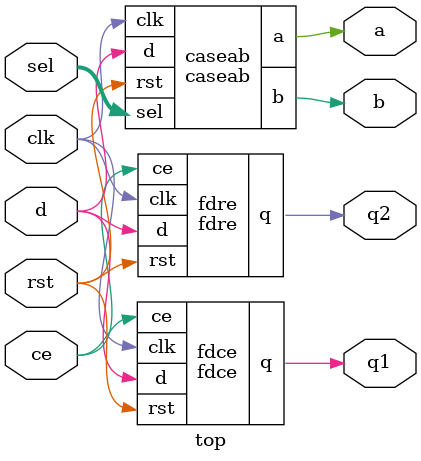
<source format=v>
module fdce
(
    input      clk,
    input      rst,
    input      ce,
    input      d,
    output reg q
);

    always @ (posedge clk or posedge rst)
        if (rst)
            q <= 0;
        else if (ce)
            q <= d;

endmodule

module fdre
(
    input      clk,
    input      rst,
    input      ce,
    input      d,
    output reg q
);

    always @ (posedge clk)
        if (rst)
            q <= 0;
        else if (ce)
            q <= d;

endmodule

module caseab
(
    input            clk,
    input            rst,
    input            d,
	 input  [2:0]     sel,
	 output       reg a,
	 output       reg b
);

    always @ (posedge clk)
        if (rst)
		  begin
            a <= 0;
            b <= 0;
		  end
		  else
		  begin
		     // 
           case (sel)
	        1: a <= b;
			  2: b <= 0;
			  3: b <= 1;
			  4: a <= 0;
			  5: a <= b;
			  default: ;
			  endcase
		  end
			  
endmodule

module top
(
    input  clk,
    input  rst,
    input  ce,
    input  d,
    output q1,
	 output q2,
	 
	 input  [2:0] sel,
	 output       a,
	 output       b
);

    fdce fdce (clk, rst, ce, d, q1);
	 
    fdre fdre (clk, rst, ce, d, q2);

    caseab caseab (clk, rst, d, sel, a, b);

endmodule



/*


module top_3
(
    input  clk,

    input  btn_0,
    input  btn_1,

    output led_0,
    output led_1,
    output led_2,
    output led_3
);

    wire reset = btn_0;

    reg [3:0] r;

    always @ (posedge clk or posedge reset)
        if (reset)
            r <= 0;
        else
            r <= r + 1;
	 
    assign led_0 = r [0];
    assign led_1 = r [1];
    assign led_2 = r [2];
    assign led_3 = r [3];

endmodule















module top_2
(
    input  clk,

    input  btn_0,
    input  btn_1,

    output led_0,
    output led_1,
    output led_2,
    output led_3
);

    wire reset = btn_0;

    reg [3:0] r;

    always @ (posedge clk)
        if (reset)
            r <= 4'b0001;
        else
            r <= { r [0], r [3:1] };
	 
    assign led_0 = r [0];
    assign led_1 = r [1];
    assign led_2 = r [2];
    assign led_3 = r [3];

endmodule















module top_1
(
    input      clk,

    input      btn_0,
    input      btn_1,

    output     led_0,
    output     led_1,
    output reg led_2,
    output reg led_3
);

    assign led_0 = clk;

    reg reg_1;

    always @ (posedge clk)
        reg_1 <= btn_0;

    assign led_1 = reg_1;

    always @ (posedge clk)
        led_2 <= btn_0;

    always @ (posedge clk)
        if (btn_1)
            led_3 <= btn_0;

endmodule

*/

</source>
